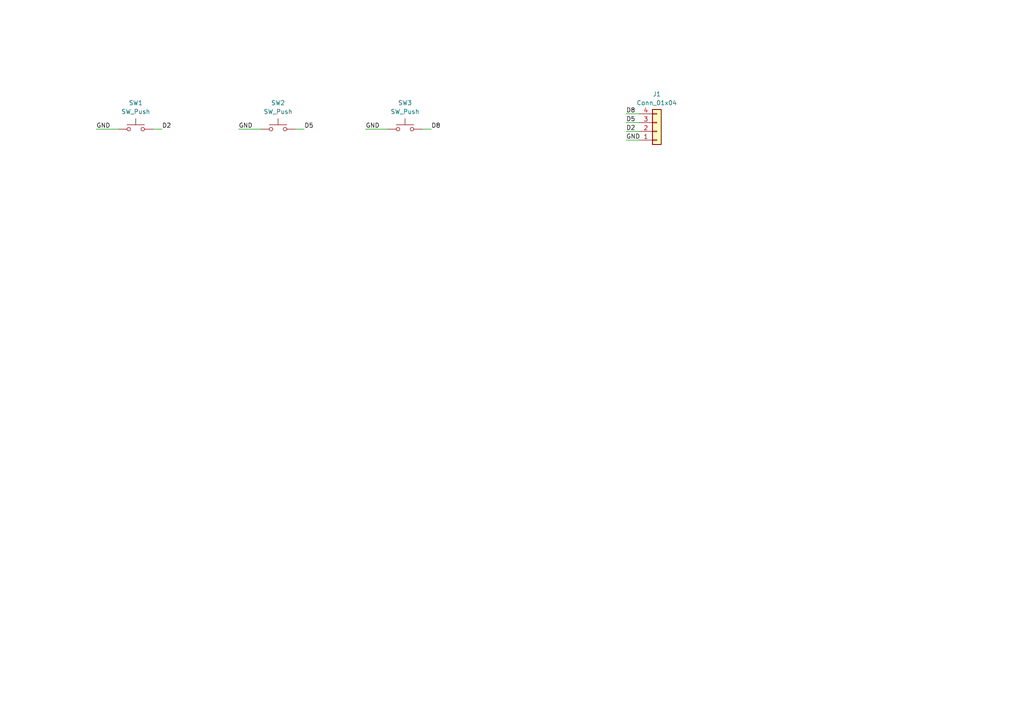
<source format=kicad_sch>
(kicad_sch (version 20230121) (generator eeschema)

  (uuid d8ab91b7-7f4a-4c3a-afb3-beb7d8cda53a)

  (paper "A4")

  (lib_symbols
    (symbol "Connector_Generic:Conn_01x04" (pin_names (offset 1.016) hide) (in_bom yes) (on_board yes)
      (property "Reference" "J" (at 0 5.08 0)
        (effects (font (size 1.27 1.27)))
      )
      (property "Value" "Conn_01x04" (at 0 -7.62 0)
        (effects (font (size 1.27 1.27)))
      )
      (property "Footprint" "" (at 0 0 0)
        (effects (font (size 1.27 1.27)) hide)
      )
      (property "Datasheet" "~" (at 0 0 0)
        (effects (font (size 1.27 1.27)) hide)
      )
      (property "ki_keywords" "connector" (at 0 0 0)
        (effects (font (size 1.27 1.27)) hide)
      )
      (property "ki_description" "Generic connector, single row, 01x04, script generated (kicad-library-utils/schlib/autogen/connector/)" (at 0 0 0)
        (effects (font (size 1.27 1.27)) hide)
      )
      (property "ki_fp_filters" "Connector*:*_1x??_*" (at 0 0 0)
        (effects (font (size 1.27 1.27)) hide)
      )
      (symbol "Conn_01x04_1_1"
        (rectangle (start -1.27 -4.953) (end 0 -5.207)
          (stroke (width 0.1524) (type default))
          (fill (type none))
        )
        (rectangle (start -1.27 -2.413) (end 0 -2.667)
          (stroke (width 0.1524) (type default))
          (fill (type none))
        )
        (rectangle (start -1.27 0.127) (end 0 -0.127)
          (stroke (width 0.1524) (type default))
          (fill (type none))
        )
        (rectangle (start -1.27 2.667) (end 0 2.413)
          (stroke (width 0.1524) (type default))
          (fill (type none))
        )
        (rectangle (start -1.27 3.81) (end 1.27 -6.35)
          (stroke (width 0.254) (type default))
          (fill (type background))
        )
        (pin passive line (at -5.08 2.54 0) (length 3.81)
          (name "Pin_1" (effects (font (size 1.27 1.27))))
          (number "1" (effects (font (size 1.27 1.27))))
        )
        (pin passive line (at -5.08 0 0) (length 3.81)
          (name "Pin_2" (effects (font (size 1.27 1.27))))
          (number "2" (effects (font (size 1.27 1.27))))
        )
        (pin passive line (at -5.08 -2.54 0) (length 3.81)
          (name "Pin_3" (effects (font (size 1.27 1.27))))
          (number "3" (effects (font (size 1.27 1.27))))
        )
        (pin passive line (at -5.08 -5.08 0) (length 3.81)
          (name "Pin_4" (effects (font (size 1.27 1.27))))
          (number "4" (effects (font (size 1.27 1.27))))
        )
      )
    )
    (symbol "Switch:SW_Push" (pin_numbers hide) (pin_names (offset 1.016) hide) (in_bom yes) (on_board yes)
      (property "Reference" "SW" (at 1.27 2.54 0)
        (effects (font (size 1.27 1.27)) (justify left))
      )
      (property "Value" "SW_Push" (at 0 -1.524 0)
        (effects (font (size 1.27 1.27)))
      )
      (property "Footprint" "" (at 0 5.08 0)
        (effects (font (size 1.27 1.27)) hide)
      )
      (property "Datasheet" "~" (at 0 5.08 0)
        (effects (font (size 1.27 1.27)) hide)
      )
      (property "ki_keywords" "switch normally-open pushbutton push-button" (at 0 0 0)
        (effects (font (size 1.27 1.27)) hide)
      )
      (property "ki_description" "Push button switch, generic, two pins" (at 0 0 0)
        (effects (font (size 1.27 1.27)) hide)
      )
      (symbol "SW_Push_0_1"
        (circle (center -2.032 0) (radius 0.508)
          (stroke (width 0) (type default))
          (fill (type none))
        )
        (polyline
          (pts
            (xy 0 1.27)
            (xy 0 3.048)
          )
          (stroke (width 0) (type default))
          (fill (type none))
        )
        (polyline
          (pts
            (xy 2.54 1.27)
            (xy -2.54 1.27)
          )
          (stroke (width 0) (type default))
          (fill (type none))
        )
        (circle (center 2.032 0) (radius 0.508)
          (stroke (width 0) (type default))
          (fill (type none))
        )
        (pin passive line (at -5.08 0 0) (length 2.54)
          (name "1" (effects (font (size 1.27 1.27))))
          (number "1" (effects (font (size 1.27 1.27))))
        )
        (pin passive line (at 5.08 0 180) (length 2.54)
          (name "2" (effects (font (size 1.27 1.27))))
          (number "2" (effects (font (size 1.27 1.27))))
        )
      )
    )
  )


  (wire (pts (xy 27.94 37.465) (xy 34.29 37.465))
    (stroke (width 0) (type default))
    (uuid 4e9b0ba2-3c59-4e4e-be1c-eaed465e345e)
  )
  (wire (pts (xy 181.61 38.1) (xy 185.42 38.1))
    (stroke (width 0) (type default))
    (uuid 62014ad4-5b4a-4c31-bf45-df6dc6a03261)
  )
  (wire (pts (xy 181.61 33.02) (xy 185.42 33.02))
    (stroke (width 0) (type default))
    (uuid 7b9bd794-1266-4848-aef5-7ab823c374e5)
  )
  (wire (pts (xy 106.045 37.465) (xy 112.395 37.465))
    (stroke (width 0) (type default))
    (uuid a1ca00fe-0cb6-4bf5-819d-e902475be223)
  )
  (wire (pts (xy 69.215 37.465) (xy 75.565 37.465))
    (stroke (width 0) (type default))
    (uuid a6a906cb-22d2-4109-8ef4-3b46bf98d0a7)
  )
  (wire (pts (xy 181.61 35.56) (xy 185.42 35.56))
    (stroke (width 0) (type default))
    (uuid a97e4485-caae-4abb-a6ea-75c2eeee6fb7)
  )
  (wire (pts (xy 125.095 37.465) (xy 122.555 37.465))
    (stroke (width 0) (type default))
    (uuid c1a6af82-984a-4891-aa85-f19b4d0d2b3f)
  )
  (wire (pts (xy 46.99 37.465) (xy 44.45 37.465))
    (stroke (width 0) (type default))
    (uuid cfd9a1d4-951e-4115-b379-43ad86828981)
  )
  (wire (pts (xy 181.61 40.64) (xy 185.42 40.64))
    (stroke (width 0) (type default))
    (uuid d3ee4ecc-bbb5-4300-950b-1df3826ce32a)
  )
  (wire (pts (xy 88.265 37.465) (xy 85.725 37.465))
    (stroke (width 0) (type default))
    (uuid fd00e6d2-27c6-4e6d-b1db-ccd126da04b1)
  )

  (label "GND" (at 69.215 37.465 0) (fields_autoplaced)
    (effects (font (size 1.27 1.27)) (justify left bottom))
    (uuid 02180836-ff43-40ea-b640-9e40ee89cf1f)
  )
  (label "D2" (at 181.61 38.1 0) (fields_autoplaced)
    (effects (font (size 1.27 1.27)) (justify left bottom))
    (uuid 1dd6e930-fe1b-4817-8bad-7b3289224635)
  )
  (label "D5" (at 181.61 35.56 0) (fields_autoplaced)
    (effects (font (size 1.27 1.27)) (justify left bottom))
    (uuid 22c75678-0cc8-44a1-b7b0-c074353e95e1)
  )
  (label "GND" (at 27.94 37.465 0) (fields_autoplaced)
    (effects (font (size 1.27 1.27)) (justify left bottom))
    (uuid 56a1e88f-50a1-4e58-b700-15430d667946)
  )
  (label "GND" (at 106.045 37.465 0) (fields_autoplaced)
    (effects (font (size 1.27 1.27)) (justify left bottom))
    (uuid 7eb001e1-b5cc-44b2-ace0-efc39f747be4)
  )
  (label "D2" (at 46.99 37.465 0) (fields_autoplaced)
    (effects (font (size 1.27 1.27)) (justify left bottom))
    (uuid 912ff1bd-41cd-4ea9-bc25-d7448b2492ad)
  )
  (label "D8" (at 125.095 37.465 0) (fields_autoplaced)
    (effects (font (size 1.27 1.27)) (justify left bottom))
    (uuid cd4825c0-79ab-46f9-a3e7-c75c128ce516)
  )
  (label "D8" (at 181.61 33.02 0) (fields_autoplaced)
    (effects (font (size 1.27 1.27)) (justify left bottom))
    (uuid dde85196-70a2-40f8-9e21-54925b1f8542)
  )
  (label "GND" (at 181.61 40.64 0) (fields_autoplaced)
    (effects (font (size 1.27 1.27)) (justify left bottom))
    (uuid ee68dec6-9671-4c2a-a613-7961db35d1a8)
  )
  (label "D5" (at 88.265 37.465 0) (fields_autoplaced)
    (effects (font (size 1.27 1.27)) (justify left bottom))
    (uuid f42508c7-f62e-4fb4-ae97-d6f67de398b5)
  )

  (symbol (lib_id "Switch:SW_Push") (at 80.645 37.465 0) (unit 1)
    (in_bom yes) (on_board yes) (dnp no) (fields_autoplaced)
    (uuid 048e6dba-ccdc-4629-8588-f82aa5221464)
    (property "Reference" "SW2" (at 80.645 29.845 0)
      (effects (font (size 1.27 1.27)))
    )
    (property "Value" "SW_Push" (at 80.645 32.385 0)
      (effects (font (size 1.27 1.27)))
    )
    (property "Footprint" "Design:Button" (at 80.645 32.385 0)
      (effects (font (size 1.27 1.27)) hide)
    )
    (property "Datasheet" "https://datasheet.lcsc.com/lcsc/2210210930_BIWIN-TR12S_C5141768.pdf" (at 80.645 32.385 0)
      (effects (font (size 1.27 1.27)) hide)
    )
    (property "LCSC#" "C5141768" (at 80.645 37.465 0)
      (effects (font (size 1.27 1.27)) hide)
    )
    (property "Proveedor" "LCSC" (at 80.645 37.465 0)
      (effects (font (size 1.27 1.27)) hide)
    )
    (pin "1" (uuid f51f20f6-2f51-45f2-8982-ef380b930cff))
    (pin "2" (uuid 29ac5938-5361-4e9d-9d30-ae3252dfeb54))
    (instances
      (project "RightButtonsDesignLab"
        (path "/d8ab91b7-7f4a-4c3a-afb3-beb7d8cda53a"
          (reference "SW2") (unit 1)
        )
      )
      (project "ButtonDesignLab"
        (path "/e63e39d7-6ac0-4ffd-8aa3-1841a4541b55"
          (reference "SW6") (unit 1)
        )
      )
    )
  )

  (symbol (lib_id "Switch:SW_Push") (at 117.475 37.465 0) (unit 1)
    (in_bom yes) (on_board yes) (dnp no) (fields_autoplaced)
    (uuid 12413d8a-d3b1-4178-8239-18644918b6d3)
    (property "Reference" "SW3" (at 117.475 29.845 0)
      (effects (font (size 1.27 1.27)))
    )
    (property "Value" "SW_Push" (at 117.475 32.385 0)
      (effects (font (size 1.27 1.27)))
    )
    (property "Footprint" "Design:Button" (at 117.475 32.385 0)
      (effects (font (size 1.27 1.27)) hide)
    )
    (property "Datasheet" "https://datasheet.lcsc.com/lcsc/2210210930_BIWIN-TR12S_C5141768.pdf" (at 117.475 32.385 0)
      (effects (font (size 1.27 1.27)) hide)
    )
    (property "LCSC#" "C5141768" (at 117.475 37.465 0)
      (effects (font (size 1.27 1.27)) hide)
    )
    (property "Proveedor" "LCSC" (at 117.475 37.465 0)
      (effects (font (size 1.27 1.27)) hide)
    )
    (pin "1" (uuid faf008e8-b54c-4509-82eb-dacd7618a680))
    (pin "2" (uuid 709abb18-7854-4bca-b693-c119b8abc03f))
    (instances
      (project "RightButtonsDesignLab"
        (path "/d8ab91b7-7f4a-4c3a-afb3-beb7d8cda53a"
          (reference "SW3") (unit 1)
        )
      )
      (project "ButtonDesignLab"
        (path "/e63e39d7-6ac0-4ffd-8aa3-1841a4541b55"
          (reference "SW9") (unit 1)
        )
      )
    )
  )

  (symbol (lib_id "Switch:SW_Push") (at 39.37 37.465 0) (unit 1)
    (in_bom yes) (on_board yes) (dnp no) (fields_autoplaced)
    (uuid 1dcb6b35-704c-42a3-9c20-077f3d366458)
    (property "Reference" "SW1" (at 39.37 29.845 0)
      (effects (font (size 1.27 1.27)))
    )
    (property "Value" "SW_Push" (at 39.37 32.385 0)
      (effects (font (size 1.27 1.27)))
    )
    (property "Footprint" "Design:Button" (at 39.37 32.385 0)
      (effects (font (size 1.27 1.27)) hide)
    )
    (property "Datasheet" "https://datasheet.lcsc.com/lcsc/2210210930_BIWIN-TR12S_C5141768.pdf" (at 39.37 32.385 0)
      (effects (font (size 1.27 1.27)) hide)
    )
    (property "LCSC#" "C5141768" (at 39.37 37.465 0)
      (effects (font (size 1.27 1.27)) hide)
    )
    (property "Proveedor" "LCSC" (at 39.37 37.465 0)
      (effects (font (size 1.27 1.27)) hide)
    )
    (pin "1" (uuid f911d10b-288d-44ae-a1dc-74d6f03e7597))
    (pin "2" (uuid 901587c4-afbb-4422-9cdc-cef3b290868d))
    (instances
      (project "RightButtonsDesignLab"
        (path "/d8ab91b7-7f4a-4c3a-afb3-beb7d8cda53a"
          (reference "SW1") (unit 1)
        )
      )
      (project "ButtonDesignLab"
        (path "/e63e39d7-6ac0-4ffd-8aa3-1841a4541b55"
          (reference "SW3") (unit 1)
        )
      )
    )
  )

  (symbol (lib_id "Connector_Generic:Conn_01x04") (at 190.5 38.1 0) (mirror x) (unit 1)
    (in_bom yes) (on_board yes) (dnp no)
    (uuid 9bf04583-ee6d-4ef2-a41b-a15d16b00c70)
    (property "Reference" "J1" (at 190.5 27.305 0)
      (effects (font (size 1.27 1.27)))
    )
    (property "Value" "Conn_01x04" (at 190.5 29.845 0)
      (effects (font (size 1.27 1.27)))
    )
    (property "Footprint" "Design:JST_S4B-PH-K-S_LF__SN_" (at 190.5 38.1 0)
      (effects (font (size 1.27 1.27)) hide)
    )
    (property "Datasheet" "https://datasheet.lcsc.com/lcsc/2304140030_JST-S4B-PH-K-S-LF-SN_C157926.pdf" (at 190.5 38.1 0)
      (effects (font (size 1.27 1.27)) hide)
    )
    (property "LCSC#" "C157926" (at 190.5 38.1 0)
      (effects (font (size 1.27 1.27)) hide)
    )
    (pin "1" (uuid 70082bf5-1138-41a3-b13f-5970498b795c))
    (pin "2" (uuid 47aa6a12-d93e-449f-bee4-bd41af3fe830))
    (pin "3" (uuid f3ac9bdd-3908-4589-8ab1-d5ccff6b55b0))
    (pin "4" (uuid b478817a-05b7-4f70-bb6f-29c7c7411f85))
    (instances
      (project "RightButtonsDesignLab"
        (path "/d8ab91b7-7f4a-4c3a-afb3-beb7d8cda53a"
          (reference "J1") (unit 1)
        )
      )
    )
  )

  (sheet_instances
    (path "/" (page "1"))
  )
)

</source>
